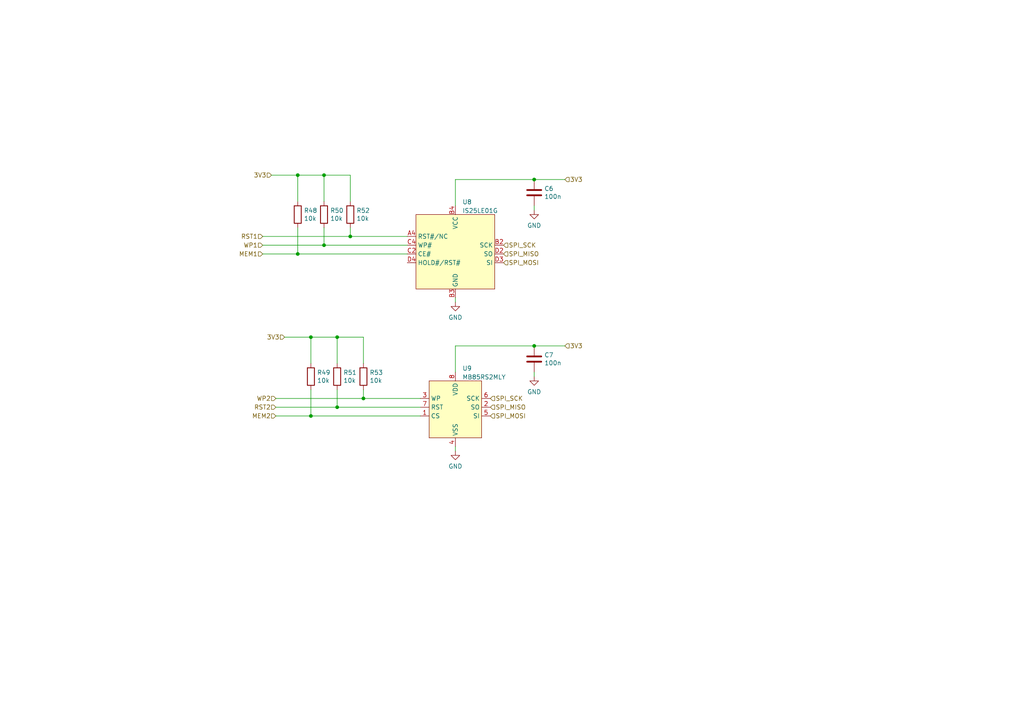
<source format=kicad_sch>
(kicad_sch (version 20211123) (generator eeschema)
  (paper "A4")
  (title_block (title "Flash Memory and FRAM") (date "2022-08-10") (rev "2.0"))
  (lib_symbols
    (symbol "Device:C" (pin_numbers hide) (pin_names (offset 0.254))
      (property "Reference" "C" (at 0.635 2.54 0))
      (property "Value" "C" (at 0.635 -2.54 0))
      (symbol "C_0_1"
        (polyline (pts (xy -2.032 -0.762) (xy 2.032 -0.762)) (stroke (width 0.508)))
        (polyline (pts (xy -2.032 0.762) (xy 2.032 0.762)) (stroke (width 0.508)))
      )
      (symbol "C_1_1"
        (pin passive line (at 0 3.81 270) (length 2.794) (name "~") (number "1"))
        (pin passive line (at 0 -3.81 90) (length 2.794) (name "~") (number "2"))
      )
    )
    (symbol "Device:R" (pin_numbers hide) (pin_names (offset 0))
      (property "Reference" "R" (at 2.032 0 90))
      (property "Value" "R" (at 0 0 90))
      (symbol "R_0_1"
        (rectangle (start -1.016 -2.54) (end 1.016 2.54) (stroke (width 0.254)))
      )
      (symbol "R_1_1"
        (pin passive line (at 0 3.81 270) (length 1.27) (name "~") (number "1"))
        (pin passive line (at 0 -3.81 90) (length 1.27) (name "~") (number "2"))
      )
    )
    (symbol "MB85RS2MLY_1"
      (property "Reference" "U" (at 5.08 12.7 0))
      (property "Value" "MB85RS2MLY_1" (at 10.16 10.16 0))
      (symbol "MB85RS2MLY_1_0_0"
        (pin input line (at -10.16 -1.27 0) (length 2.54) (name "CS") (number "1"))
        (pin output line (at 10.16 1.27 180) (length 2.54) (name "SO") (number "2"))
        (pin input line (at -10.16 3.81 0) (length 2.54) (name "WP") (number "3"))
        (pin power_in line (at 0 -10.16 90) (length 2.54) (name "VSS") (number "4"))
        (pin input line (at 10.16 -1.27 180) (length 2.54) (name "SI") (number "5"))
        (pin input line (at 10.16 3.81 180) (length 2.54) (name "SCK") (number "6"))
        (pin input line (at -10.16 1.27 0) (length 2.54) (name "RST") (number "7"))
        (pin power_in line (at 0 11.43 270) (length 2.54) (name "VDD") (number "8"))
      )
      (symbol "MB85RS2MLY_1_0_1"
        (rectangle (start -7.62 8.89) (end 7.62 -7.62) (stroke (width 0.1524)) (fill (type background)))
      )
    )
    (symbol "cubesat_obc_lib:IS25LE01G"
      (property "Reference" "U" (at -10.16 15.24 0))
      (property "Value" "IS25LE01G" (at -6.35 12.7 0))
      (symbol "IS25LE01G_0_0"
        (pin no_connect line (at -13.97 -7.62 0) (length 2.54) hide (name "NC") (number "A2"))
        (pin no_connect line (at -13.97 -7.62 0) (length 2.54) hide (name "NC") (number "A3"))
        (pin input line (at -13.97 5.08 0) (length 2.54) (name "RST#/NC") (number "A4"))
        (pin no_connect line (at -13.97 -7.62 0) (length 2.54) hide (name "NC") (number "A5"))
        (pin no_connect line (at -13.97 -7.62 0) (length 2.54) hide (name "NC") (number "B1"))
        (pin input line (at 13.97 2.54 180) (length 2.54) (name "SCK") (number "B2"))
        (pin power_in line (at 0 -12.7 90) (length 2.54) (name "GND") (number "B3"))
        (pin power_in line (at 0 13.97 270) (length 2.54) (name "VCC") (number "B4"))
        (pin no_connect line (at -13.97 -7.62 0) (length 2.54) hide (name "NC") (number "B5"))
        (pin no_connect line (at -13.97 -7.62 0) (length 2.54) hide (name "NC") (number "C1"))
        (pin input line (at -13.97 0 0) (length 2.54) (name "CE#") (number "C2"))
        (pin no_connect line (at -13.97 -7.62 0) (length 2.54) hide (name "NC") (number "C3"))
        (pin input line (at -13.97 2.54 0) (length 2.54) (name "WP#") (number "C4"))
        (pin no_connect line (at -13.97 -7.62 0) (length 2.54) hide (name "NC") (number "C5"))
        (pin no_connect line (at -13.97 -7.62 0) (length 2.54) hide (name "NC") (number "D1"))
        (pin output line (at 13.97 0 180) (length 2.54) (name "SO") (number "D2"))
        (pin input line (at 13.97 -2.54 180) (length 2.54) (name "SI") (number "D3"))
        (pin input line (at -13.97 -2.54 0) (length 2.54) (name "HOLD#/RST#") (number "D4"))
        (pin no_connect line (at -13.97 -7.62 0) (length 2.54) hide (name "NC") (number "D5"))
        (pin no_connect line (at -13.97 -7.62 0) (length 2.54) hide (name "NC") (number "E1"))
        (pin no_connect line (at -13.97 -7.62 0) (length 2.54) hide (name "NC") (number "E2"))
        (pin no_connect line (at -13.97 -7.62 0) (length 2.54) hide (name "NC") (number "E3"))
        (pin no_connect line (at -13.97 -7.62 0) (length 2.54) hide (name "NC") (number "E4"))
        (pin no_connect line (at -13.97 -7.62 0) (length 2.54) hide (name "NC") (number "E5"))
        (pin no_connect line (at -13.97 -7.62 0) (length 2.54) hide (name "NC") (number "E6"))
      )
      (symbol "IS25LE01G_0_1"
        (rectangle (start -11.43 11.43) (end 11.43 -10.16) (stroke (width 0.1524)) (fill (type background)))
      )
    )
    (symbol "power:GND" (power) (pin_names (offset 0))
      (property "Value" "GND" (at 0 -3.81 0))
      (symbol "GND_0_1"
        (polyline (pts (xy 0 0) (xy 0 -1.27) (xy 1.27 -1.27) (xy 0 -2.54) (xy -1.27 -1.27) (xy 0 -1.27)))
      )
      (symbol "GND_1_1"
        (pin power_in line (at 0 0 270) (length 0) hide (name "GND") (number "1"))
      )
    )
  )
  (junction (at 90.17 120.65))
  (junction (at 97.79 97.79))
  (junction (at 93.98 50.8))
  (junction (at 154.94 52.07))
  (junction (at 97.79 118.11))
  (junction (at 93.98 71.12))
  (junction (at 90.17 97.79))
  (junction (at 101.6 68.58))
  (junction (at 154.94 100.33))
  (junction (at 86.36 73.66))
  (junction (at 105.41 115.57))
  (junction (at 86.36 50.8))
  (wire (pts (xy 105.41 115.57) (xy 121.92 115.57)))
  (wire (pts (xy 76.2 68.58) (xy 101.6 68.58)))
  (wire (pts (xy 90.17 113.03) (xy 90.17 120.65)))
  (wire (pts (xy 132.08 100.33) (xy 132.08 107.95)))
  (wire (pts (xy 97.79 97.79) (xy 97.79 105.41)))
  (wire (pts (xy 86.36 66.04) (xy 86.36 73.66)))
  (wire (pts (xy 90.17 97.79) (xy 90.17 105.41)))
  (wire (pts (xy 97.79 113.03) (xy 97.79 118.11)))
  (wire (pts (xy 154.94 100.33) (xy 163.83 100.33)))
  (wire (pts (xy 80.01 118.11) (xy 97.79 118.11)))
  (wire (pts (xy 154.94 52.07) (xy 132.08 52.07)))
  (wire (pts (xy 154.94 52.07) (xy 163.83 52.07)))
  (wire (pts (xy 82.55 97.79) (xy 90.17 97.79)))
  (wire (pts (xy 78.74 50.8) (xy 86.36 50.8)))
  (wire (pts (xy 97.79 97.79) (xy 105.41 97.79)))
  (wire (pts (xy 154.94 100.33) (xy 132.08 100.33)))
  (wire (pts (xy 76.2 71.12) (xy 93.98 71.12)))
  (wire (pts (xy 132.08 86.36) (xy 132.08 87.63)))
  (wire (pts (xy 93.98 71.12) (xy 118.11 71.12)))
  (wire (pts (xy 101.6 68.58) (xy 118.11 68.58)))
  (wire (pts (xy 101.6 66.04) (xy 101.6 68.58)))
  (wire (pts (xy 132.08 129.54) (xy 132.08 130.81)))
  (wire (pts (xy 105.41 113.03) (xy 105.41 115.57)))
  (wire (pts (xy 101.6 50.8) (xy 101.6 58.42)))
  (wire (pts (xy 105.41 97.79) (xy 105.41 105.41)))
  (wire (pts (xy 86.36 50.8) (xy 93.98 50.8)))
  (wire (pts (xy 93.98 66.04) (xy 93.98 71.12)))
  (wire (pts (xy 90.17 97.79) (xy 97.79 97.79)))
  (wire (pts (xy 93.98 50.8) (xy 101.6 50.8)))
  (wire (pts (xy 80.01 120.65) (xy 90.17 120.65)))
  (wire (pts (xy 154.94 107.95) (xy 154.94 109.22)))
  (wire (pts (xy 97.79 118.11) (xy 121.92 118.11)))
  (wire (pts (xy 86.36 73.66) (xy 118.11 73.66)))
  (wire (pts (xy 132.08 52.07) (xy 132.08 59.69)))
  (wire (pts (xy 90.17 120.65) (xy 121.92 120.65)))
  (wire (pts (xy 80.01 115.57) (xy 105.41 115.57)))
  (wire (pts (xy 76.2 73.66) (xy 86.36 73.66)))
  (wire (pts (xy 86.36 50.8) (xy 86.36 58.42)))
  (wire (pts (xy 154.94 59.69) (xy 154.94 60.96)))
  (wire (pts (xy 93.98 50.8) (xy 93.98 58.42)))
  (hierarchical_label "3V3" (shape input) (at 82.55 97.79 180))
  (hierarchical_label "3V3" (shape input) (at 163.83 100.33 0))
  (hierarchical_label "SPI_MOSI" (shape input) (at 142.24 120.65 0))
  (hierarchical_label "SPI_MISO" (shape input) (at 146.05 73.66 0))
  (hierarchical_label "3V3" (shape input) (at 163.83 52.07 0))
  (hierarchical_label "MEM2" (shape input) (at 80.01 120.65 180))
  (hierarchical_label "RST1" (shape input) (at 76.2 68.58 180))
  (hierarchical_label "SPI_MOSI" (shape input) (at 146.05 76.2 0))
  (hierarchical_label "WP2" (shape input) (at 80.01 115.57 180))
  (hierarchical_label "MEM1" (shape input) (at 76.2 73.66 180))
  (hierarchical_label "SPI_SCK" (shape input) (at 146.05 71.12 0))
  (hierarchical_label "SPI_SCK" (shape input) (at 142.24 115.57 0))
  (hierarchical_label "WP1" (shape input) (at 76.2 71.12 180))
  (hierarchical_label "3V3" (shape input) (at 78.74 50.8 180))
  (hierarchical_label "SPI_MISO" (shape input) (at 142.24 118.11 0))
  (hierarchical_label "RST2" (shape input) (at 80.01 118.11 180))
  (symbol (lib_id "Device:C") (at 154.94 55.88 0) (unit 1)
    (property "Reference" "C6" (at 157.861 54.7116 0) (effects (justify left)))
    (property "Value" "100n" (at 157.861 57.023 0) (effects (justify left)))
    (property "Footprint" "Capacitor_SMD:C_0402_1005Metric" (effects hide))
    (property "Digikey Part Number" "399-6828-1-ND" (effects hide))
  )
  (symbol (lib_id "Device:R") (at 101.6 62.23 0) (unit 1)
    (property "Reference" "R52" (at 103.378 61.0616 0) (effects (justify left)))
    (property "Value" "10k" (at 103.378 63.373 0) (effects (justify left)))
    (property "Footprint" "Resistor_SMD:R_0402_1005Metric" (effects hide))
    (property "Digikey Part Number" "YAG3436CT-ND" (effects hide))
  )
  (symbol (lib_id "Device:R") (at 93.98 62.23 0) (unit 1)
    (property "Reference" "R50" (at 95.758 61.0616 0) (effects (justify left)))
    (property "Value" "10k" (at 95.758 63.373 0) (effects (justify left)))
    (property "Footprint" "Resistor_SMD:R_0402_1005Metric" (effects hide))
    (property "Digikey Part Number" "YAG3436CT-ND" (effects hide))
  )
  (symbol (lib_id "Device:R") (at 86.36 62.23 0) (unit 1)
    (property "Reference" "R48" (at 88.138 61.0616 0) (effects (justify left)))
    (property "Value" "10k" (at 88.138 63.373 0) (effects (justify left)))
    (property "Footprint" "Resistor_SMD:R_0402_1005Metric" (effects hide))
    (property "Digikey Part Number" "YAG3436CT-ND" (effects hide))
  )
  (symbol (lib_id "Device:C") (at 154.94 104.14 0) (unit 1)
    (property "Reference" "C7" (at 157.861 102.9716 0) (effects (justify left)))
    (property "Value" "100n" (at 157.861 105.283 0) (effects (justify left)))
    (property "Footprint" "Capacitor_SMD:C_0402_1005Metric" (effects hide))
    (property "Digikey Part Number" "399-6828-1-ND" (effects hide))
  )
  (symbol (lib_id "power:GND") (at 154.94 109.22 0) (unit 1)
    (property "Reference" "#PWR023" (effects hide))
    (property "Value" "GND" (at 154.94 113.6634 0))
  )
  (symbol (lib_id "Device:R") (at 90.17 109.22 0) (unit 1)
    (property "Reference" "R49" (at 91.948 108.0516 0) (effects (justify left)))
    (property "Value" "10k" (at 91.948 110.363 0) (effects (justify left)))
    (property "Footprint" "Resistor_SMD:R_0402_1005Metric" (effects hide))
    (property "Digikey Part Number" "YAG3436CT-ND" (effects hide))
  )
  (symbol (lib_name "MB85RS2MLY_1") (lib_id "cubesat_obc_lib:MB85RS2MLY") (at 132.08 119.38 0) (unit 1)
    (property "Reference" "U9" (at 134.0994 106.841 0) (effects (justify left)))
    (property "Value" "MB85RS2MLY" (at 134.0994 109.3779 0) (effects (justify left)))
    (property "Footprint" "Package_SO:SOIC-8_3.9x4.9mm_P1.27mm" (effects hide))
    (property "Datasheet" "https://www.fujitsu.com/uk/imagesgig5/MB85RS2MLY-DS501-00062-GS%20-0v1-E_13.pdf" (effects hide))
    (property "Digikey Part Number" "865-MB85RS2MLYPNF-GS-AWE2-ND" (effects hide))
  )
  (symbol (lib_id "cubesat_obc_lib:IS25LE01G") (at 132.08 73.66 0) (unit 1)
    (property "Reference" "U8" (at 134.0994 58.581 0) (effects (justify left)))
    (property "Value" "IS25LE01G" (at 134.0994 61.1179 0) (effects (justify left)))
    (property "Footprint" "cubesat_obc:TFBGA24_5X5_6X8" (effects hide))
    (property "Datasheet" "https://www.issi.com/WW/pdf/25LE-WE01G.pdf" (effects hide))
    (property "Digikey Part Number" "706-IS25LE01G-RILE-ND" (effects hide))
  )
  (symbol (lib_id "power:GND") (at 132.08 130.81 0) (unit 1)
    (property "Reference" "#PWR021" (effects hide))
    (property "Value" "GND" (at 132.08 135.2534 0))
  )
  (symbol (lib_id "power:GND") (at 132.08 87.63 0) (unit 1)
    (property "Reference" "#PWR020" (effects hide))
    (property "Value" "GND" (at 132.08 92.0734 0))
  )
  (symbol (lib_id "Device:R") (at 105.41 109.22 0) (unit 1)
    (property "Reference" "R53" (at 107.188 108.0516 0) (effects (justify left)))
    (property "Value" "10k" (at 107.188 110.363 0) (effects (justify left)))
    (property "Footprint" "Resistor_SMD:R_0402_1005Metric" (effects hide))
    (property "Digikey Part Number" "YAG3436CT-ND" (effects hide))
  )
  (symbol (lib_id "power:GND") (at 154.94 60.96 0) (unit 1)
    (property "Reference" "#PWR022" (effects hide))
    (property "Value" "GND" (at 154.94 65.4034 0))
  )
  (symbol (lib_id "Device:R") (at 97.79 109.22 0) (unit 1)
    (property "Reference" "R51" (at 99.568 108.0516 0) (effects (justify left)))
    (property "Value" "10k" (at 99.568 110.363 0) (effects (justify left)))
    (property "Footprint" "Resistor_SMD:R_0402_1005Metric" (effects hide))
    (property "Digikey Part Number" "YAG3436CT-ND" (effects hide))
  )
)
</source>
